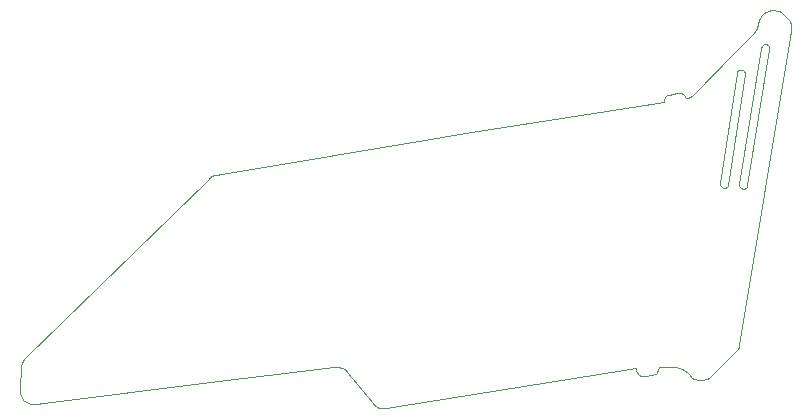
<source format=gbr>
%TF.GenerationSoftware,KiCad,Pcbnew,(7.0.0)*%
%TF.CreationDate,2023-05-30T20:17:09-04:00*%
%TF.ProjectId,H4X0R-small,48345830-522d-4736-9d61-6c6c2e6b6963,rev?*%
%TF.SameCoordinates,Original*%
%TF.FileFunction,Profile,NP*%
%FSLAX46Y46*%
G04 Gerber Fmt 4.6, Leading zero omitted, Abs format (unit mm)*
G04 Created by KiCad (PCBNEW (7.0.0)) date 2023-05-30 20:17:09*
%MOMM*%
%LPD*%
G01*
G04 APERTURE LIST*
%TA.AperFunction,Profile*%
%ADD10C,0.100000*%
%TD*%
G04 APERTURE END LIST*
D10*
X89910000Y-14483000D02*
X89763200Y-14352900D01*
X89763200Y-14352900D02*
X89627600Y-14261610D01*
X89627600Y-14261610D02*
X89494500Y-14197540D01*
X89494500Y-14197540D02*
X89354400Y-14148840D01*
X89354400Y-14148840D02*
X89104900Y-14099620D01*
X89104900Y-14099620D02*
X88861100Y-14100850D01*
X88861100Y-14100850D02*
X88628400Y-14148500D01*
X88628400Y-14148500D02*
X88412300Y-14238840D01*
X88412300Y-14238840D02*
X88218100Y-14367930D01*
X88218100Y-14367930D02*
X88051500Y-14532120D01*
X88051500Y-14532120D02*
X87917700Y-14727470D01*
X87917700Y-14727470D02*
X87822400Y-14950230D01*
X87822400Y-14950230D02*
X87606100Y-15636840D01*
X87606100Y-15636840D02*
X87553500Y-15774200D01*
X87553500Y-15774200D02*
X87485700Y-15903460D01*
X87485700Y-15903460D02*
X87402800Y-16023390D01*
X87402800Y-16023390D02*
X87305100Y-16132850D01*
X87305100Y-16132850D02*
X85711700Y-17733060D01*
X85711700Y-17733060D02*
X82233600Y-21251110D01*
X82233600Y-21251110D02*
X82108300Y-21361210D01*
X82108300Y-21361210D02*
X81923200Y-21475960D01*
X81923200Y-21475960D02*
X81771200Y-21539360D01*
X81771200Y-21539360D02*
X81611900Y-21582020D01*
X81611900Y-21582020D02*
X81556200Y-21420400D01*
X81556200Y-21420400D02*
X81506900Y-21336730D01*
X81506900Y-21336730D02*
X81438900Y-21256430D01*
X81438900Y-21256430D02*
X81331300Y-21184540D01*
X81331300Y-21184540D02*
X81190900Y-21137190D01*
X81190900Y-21137190D02*
X81039300Y-21117290D01*
X81039300Y-21117290D02*
X80897800Y-21128290D01*
X80897800Y-21128290D02*
X80198700Y-21264840D01*
X80198700Y-21264840D02*
X80042400Y-21301540D01*
X80042400Y-21301540D02*
X79929700Y-21356690D01*
X79929700Y-21356690D02*
X79853000Y-21426780D01*
X79853000Y-21426780D02*
X79803900Y-21508510D01*
X79803900Y-21508510D02*
X79774900Y-21598230D01*
X79774900Y-21598230D02*
X79757800Y-21692320D01*
X79757800Y-21692320D02*
X79727500Y-21880760D01*
X79727500Y-21880760D02*
X62945400Y-24508800D01*
X62945400Y-24508800D02*
X60973600Y-24802600D01*
X60973600Y-24802600D02*
X41854200Y-28049900D01*
X41854200Y-28049900D02*
X41675400Y-28094000D01*
X41675400Y-28094000D02*
X41505800Y-28164600D01*
X41505800Y-28164600D02*
X41349000Y-28260100D01*
X41349000Y-28260100D02*
X41208400Y-28379200D01*
X41208400Y-28379200D02*
X25719240Y-43429500D01*
X25719240Y-43429500D02*
X25572570Y-43601800D01*
X25572570Y-43601800D02*
X25460650Y-43795500D01*
X25460650Y-43795500D02*
X25386020Y-44006000D01*
X25386020Y-44006000D02*
X25351380Y-44228600D01*
X25351380Y-44228600D02*
X25229220Y-46192000D01*
X25229220Y-46192000D02*
X25228560Y-46333600D01*
X25228560Y-46333600D02*
X25243530Y-46471000D01*
X25243530Y-46471000D02*
X25273390Y-46603100D01*
X25273390Y-46603100D02*
X25317080Y-46729400D01*
X25317080Y-46729400D02*
X25442550Y-46960800D01*
X25442550Y-46960800D02*
X25612850Y-47158400D01*
X25612850Y-47158400D02*
X25821030Y-47315600D01*
X25821030Y-47315600D02*
X26059780Y-47425800D01*
X26059780Y-47425800D02*
X26188390Y-47461300D01*
X26188390Y-47461300D02*
X26322040Y-47482500D01*
X26322040Y-47482500D02*
X26459790Y-47488600D01*
X26459790Y-47488600D02*
X26600700Y-47478800D01*
X26600700Y-47478800D02*
X41306800Y-45616900D01*
X41306800Y-45616900D02*
X51810700Y-44286700D01*
X51810700Y-44286700D02*
X51965500Y-44276900D01*
X51965500Y-44276900D02*
X52118300Y-44286500D01*
X52118300Y-44286500D02*
X52267700Y-44315000D01*
X52267700Y-44315000D02*
X52411700Y-44361800D01*
X52411700Y-44361800D02*
X52548800Y-44426100D01*
X52548800Y-44426100D02*
X52677300Y-44507200D01*
X52677300Y-44507200D02*
X52795500Y-44604600D01*
X52795500Y-44604600D02*
X52901700Y-44717500D01*
X52901700Y-44717500D02*
X55123800Y-47385400D01*
X55123800Y-47385400D02*
X55234000Y-47501400D01*
X55234000Y-47501400D02*
X55356800Y-47600800D01*
X55356800Y-47600800D02*
X55490500Y-47682900D01*
X55490500Y-47682900D02*
X55633000Y-47747100D01*
X55633000Y-47747100D02*
X55782700Y-47792400D01*
X55782700Y-47792400D02*
X55937500Y-47818300D01*
X55937500Y-47818300D02*
X56095800Y-47823900D01*
X56095800Y-47823900D02*
X56255600Y-47808600D01*
X56255600Y-47808600D02*
X77385100Y-44438000D01*
X77385100Y-44438000D02*
X77390600Y-44530800D01*
X77390600Y-44530800D02*
X77413500Y-44649600D01*
X77413500Y-44649600D02*
X77464300Y-44780600D01*
X77464300Y-44780600D02*
X77553500Y-44910400D01*
X77553500Y-44910400D02*
X77656400Y-44989000D01*
X77656400Y-44989000D02*
X77793500Y-45044800D01*
X77793500Y-45044800D02*
X77943700Y-45073300D01*
X77943700Y-45073300D02*
X78085700Y-45070200D01*
X78085700Y-45070200D02*
X78790600Y-44972600D01*
X78790600Y-44972600D02*
X78956100Y-44942900D01*
X78956100Y-44942900D02*
X79074700Y-44890200D01*
X79074700Y-44890200D02*
X79155300Y-44818900D01*
X79155300Y-44818900D02*
X79207000Y-44733700D01*
X79207000Y-44733700D02*
X79260100Y-44539900D01*
X79260100Y-44539900D02*
X79306200Y-44345200D01*
X79306200Y-44345200D02*
X80522500Y-44346200D01*
X80522500Y-44346200D02*
X80793100Y-44346500D01*
X80793100Y-44346500D02*
X81037100Y-44388200D01*
X81037100Y-44388200D02*
X81251300Y-44458900D01*
X81251300Y-44458900D02*
X81432900Y-44545600D01*
X81432900Y-44545600D02*
X81579100Y-44635200D01*
X81579100Y-44635200D02*
X81687100Y-44715100D01*
X81687100Y-44715100D02*
X81776900Y-44794500D01*
X81776900Y-44794500D02*
X81857400Y-44921600D01*
X81857400Y-44921600D02*
X81951400Y-45035300D01*
X81951400Y-45035300D02*
X82057000Y-45135100D01*
X82057000Y-45135100D02*
X82172900Y-45220900D01*
X82172900Y-45220900D02*
X82297300Y-45292500D01*
X82297300Y-45292500D02*
X82428700Y-45349700D01*
X82428700Y-45349700D02*
X82565400Y-45392000D01*
X82565400Y-45392000D02*
X82705900Y-45419500D01*
X82705900Y-45419500D02*
X82848500Y-45431800D01*
X82848500Y-45431800D02*
X82991700Y-45428700D01*
X82991700Y-45428700D02*
X83133900Y-45410000D01*
X83133900Y-45410000D02*
X83273400Y-45375400D01*
X83273400Y-45375400D02*
X83408700Y-45324800D01*
X83408700Y-45324800D02*
X83538200Y-45258000D01*
X83538200Y-45258000D02*
X83660100Y-45174500D01*
X83660100Y-45174500D02*
X83773100Y-45074300D01*
X83773100Y-45074300D02*
X85785100Y-43057200D01*
X85785100Y-43057200D02*
X85903600Y-42918300D01*
X85903600Y-42918300D02*
X86000300Y-42764300D01*
X86000300Y-42764300D02*
X86073300Y-42597700D01*
X86073300Y-42597700D02*
X86120500Y-42421700D01*
X86120500Y-42421700D02*
X90530100Y-15858510D01*
X90530100Y-15858510D02*
X90550200Y-15710210D01*
X90550200Y-15710210D02*
X90553300Y-15563970D01*
X90553300Y-15563970D02*
X90539200Y-15420610D01*
X90539200Y-15420610D02*
X90507200Y-15280700D01*
X90507200Y-15280700D02*
X90457100Y-15144980D01*
X90457100Y-15144980D02*
X90388200Y-15013960D01*
X90388200Y-15013960D02*
X90300100Y-14888480D01*
X90300100Y-14888480D02*
X90192300Y-14768970D01*
X90192300Y-14768970D02*
X89910000Y-14483090D01*
X89910000Y-14483090D02*
X89910000Y-14483000D01*
X84504200Y-28756500D02*
X85920800Y-19431520D01*
X85920800Y-19431520D02*
X85967200Y-19306640D01*
X85967200Y-19306640D02*
X86055300Y-19213060D01*
X86055300Y-19213060D02*
X86172500Y-19159340D01*
X86172500Y-19159340D02*
X86306200Y-19153890D01*
X86306200Y-19153890D02*
X86334300Y-19159280D01*
X86334300Y-19159280D02*
X86459100Y-19205730D01*
X86459100Y-19205730D02*
X86552700Y-19293850D01*
X86552700Y-19293850D02*
X86606500Y-19411040D01*
X86606500Y-19411040D02*
X86612000Y-19544640D01*
X86612000Y-19544640D02*
X85195400Y-28869600D01*
X85195400Y-28869600D02*
X85148800Y-28994500D01*
X85148800Y-28994500D02*
X85060700Y-29088100D01*
X85060700Y-29088100D02*
X84943600Y-29141800D01*
X84943600Y-29141800D02*
X84810000Y-29147300D01*
X84810000Y-29147300D02*
X84781900Y-29141900D01*
X84781900Y-29141900D02*
X84657800Y-29094700D01*
X84657800Y-29094700D02*
X84564200Y-29006700D01*
X84564200Y-29006700D02*
X84510000Y-28890000D01*
X84510000Y-28890000D02*
X84504300Y-28756600D01*
X84504300Y-28756600D02*
X84504300Y-28756600D01*
X84504300Y-28756600D02*
X84504200Y-28756500D01*
X86134300Y-28829600D02*
X87988400Y-17271510D01*
X87988400Y-17271510D02*
X88034900Y-17146630D01*
X88034900Y-17146630D02*
X88123100Y-17053130D01*
X88123100Y-17053130D02*
X88240200Y-16999330D01*
X88240200Y-16999330D02*
X88373800Y-16993880D01*
X88373800Y-16993880D02*
X88401900Y-16999270D01*
X88401900Y-16999270D02*
X88526800Y-17045740D01*
X88526800Y-17045740D02*
X88620300Y-17133880D01*
X88620300Y-17133880D02*
X88674100Y-17251060D01*
X88674100Y-17251060D02*
X88679600Y-17384650D01*
X88679600Y-17384650D02*
X86825400Y-28942800D01*
X86825400Y-28942800D02*
X86778900Y-29067600D01*
X86778900Y-29067600D02*
X86690800Y-29161100D01*
X86690800Y-29161100D02*
X86573600Y-29215000D01*
X86573600Y-29215000D02*
X86440000Y-29220500D01*
X86440000Y-29220500D02*
X86411900Y-29215100D01*
X86411900Y-29215100D02*
X86286900Y-29168200D01*
X86286900Y-29168200D02*
X86192800Y-29079600D01*
X86192800Y-29079600D02*
X86139000Y-28962500D01*
X86139000Y-28962500D02*
X86134300Y-28829700D01*
X86134300Y-28829700D02*
X86134300Y-28829700D01*
X86134300Y-28829700D02*
X86134300Y-28829600D01*
M02*

</source>
